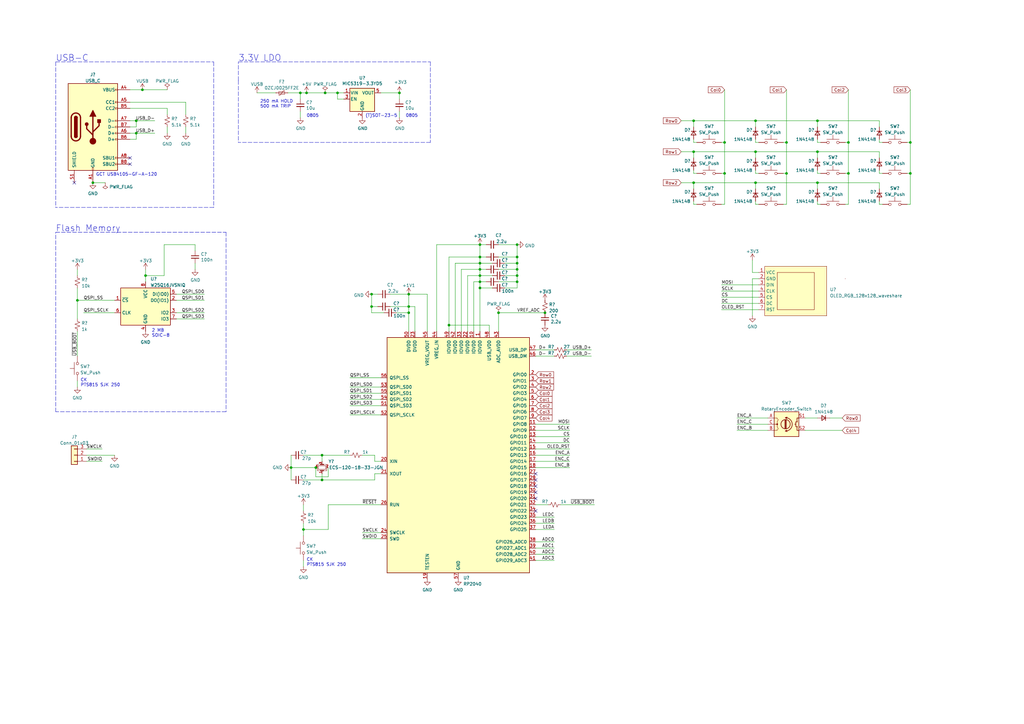
<source format=kicad_sch>
(kicad_sch (version 20211123) (generator eeschema)
  (paper "A3")
  (junction (at 284.48 74.93))
  (junction (at 125.73 38.1))
  (junction (at 152.4 125.73))
  (junction (at 309.88 62.23))
  (junction (at 212.09 105.41))
  (junction (at 204.47 128.27))
  (junction (at 284.48 49.53))
  (junction (at 309.88 74.93))
  (junction (at 119.38 191.77))
  (junction (at 167.64 125.73))
  (junction (at 223.52 128.27))
  (junction (at 196.85 105.41))
  (junction (at 58.42 36.83))
  (junction (at 184.15 133.35))
  (junction (at 196.85 115.57))
  (junction (at 212.09 107.95))
  (junction (at 297.18 58.42))
  (junction (at 297.18 71.12))
  (junction (at 59.69 113.03))
  (junction (at 335.28 62.23))
  (junction (at 38.1 74.93))
  (junction (at 212.09 115.57))
  (junction (at 55.88 54.61))
  (junction (at 163.83 38.1))
  (junction (at 167.64 120.65))
  (junction (at 347.98 58.42))
  (junction (at 132.08 196.85))
  (junction (at 212.09 100.33))
  (junction (at 196.85 113.03))
  (junction (at 212.09 110.49))
  (junction (at 196.85 118.11))
  (junction (at 138.43 38.1))
  (junction (at 309.88 49.53))
  (junction (at 124.46 217.17))
  (junction (at 167.64 128.27))
  (junction (at 129.54 191.77))
  (junction (at 335.28 49.53))
  (junction (at 133.35 38.1))
  (junction (at 196.85 100.33))
  (junction (at 152.4 120.65))
  (junction (at 212.09 113.03))
  (junction (at 335.28 74.93))
  (junction (at 322.58 71.12))
  (junction (at 196.85 110.49))
  (junction (at 123.19 38.1))
  (junction (at 373.38 58.42))
  (junction (at 55.88 49.53))
  (junction (at 347.98 71.12))
  (junction (at 31.75 123.19))
  (junction (at 132.08 186.69))
  (junction (at 373.38 71.12))
  (junction (at 322.58 58.42))
  (junction (at 196.85 107.95))
  (junction (at 284.48 62.23))
  (no_connect (at 53.34 64.77))
  (no_connect (at 219.71 204.47))
  (no_connect (at 219.71 194.31))
  (no_connect (at 219.71 201.93))
  (no_connect (at 219.71 196.85))
  (no_connect (at 219.71 199.39))
  (no_connect (at 219.71 209.55))
  (no_connect (at 30.48 74.93))
  (no_connect (at 53.34 67.31))
  (wire (pts (xy 175.26 120.65) (xy 175.26 135.89)))
  (wire (pts (xy 191.77 113.03) (xy 196.85 113.03)))
  (wire (pts (xy 124.46 229.87) (xy 124.46 232.41)))
  (polyline (pts (xy 92.71 95.25) (xy 92.71 168.91)))
  (wire (pts (xy 219.71 181.61) (xy 233.68 181.61)))
  (polyline (pts (xy 97.79 33.02) (xy 97.79 58.42)))
  (wire (pts (xy 219.71 189.23) (xy 233.68 189.23)))
  (wire (pts (xy 186.69 107.95) (xy 196.85 107.95)))
  (wire (pts (xy 80.01 102.87) (xy 80.01 100.33)))
  (wire (pts (xy 31.75 156.21) (xy 31.75 158.75)))
  (wire (pts (xy 196.85 105.41) (xy 196.85 107.95)))
  (wire (pts (xy 167.64 135.89) (xy 167.64 128.27)))
  (wire (pts (xy 219.71 222.25) (xy 227.33 222.25)))
  (wire (pts (xy 167.64 120.65) (xy 167.64 125.73)))
  (wire (pts (xy 309.88 83.82) (xy 311.15 83.82)))
  (polyline (pts (xy 22.86 25.4) (xy 87.63 25.4)))
  (wire (pts (xy 76.2 41.91) (xy 76.2 46.99)))
  (wire (pts (xy 124.46 186.69) (xy 132.08 186.69)))
  (wire (pts (xy 196.85 115.57) (xy 196.85 118.11)))
  (wire (pts (xy 219.71 227.33) (xy 227.33 227.33)))
  (wire (pts (xy 153.67 189.23) (xy 153.67 186.69)))
  (wire (pts (xy 143.51 170.18) (xy 156.21 170.18)))
  (wire (pts (xy 156.21 189.23) (xy 153.67 189.23)))
  (wire (pts (xy 184.15 133.35) (xy 184.15 135.89)))
  (wire (pts (xy 295.91 119.38) (xy 311.15 119.38)))
  (wire (pts (xy 360.68 62.23) (xy 360.68 64.77)))
  (wire (pts (xy 308.61 114.3) (xy 308.61 129.54)))
  (wire (pts (xy 53.34 49.53) (xy 55.88 49.53)))
  (wire (pts (xy 53.34 41.91) (xy 76.2 41.91)))
  (wire (pts (xy 148.59 186.69) (xy 153.67 186.69)))
  (wire (pts (xy 80.01 100.33) (xy 67.31 100.33)))
  (wire (pts (xy 196.85 118.11) (xy 201.93 118.11)))
  (wire (pts (xy 134.62 195.58) (xy 129.54 195.58)))
  (wire (pts (xy 284.48 49.53) (xy 309.88 49.53)))
  (wire (pts (xy 53.34 44.45) (xy 68.58 44.45)))
  (wire (pts (xy 143.51 163.83) (xy 156.21 163.83)))
  (wire (pts (xy 321.31 83.82) (xy 322.58 83.82)))
  (wire (pts (xy 335.28 71.12) (xy 336.55 71.12)))
  (wire (pts (xy 295.91 83.82) (xy 297.18 83.82)))
  (wire (pts (xy 347.98 71.12) (xy 347.98 83.82)))
  (wire (pts (xy 212.09 100.33) (xy 212.09 105.41)))
  (wire (pts (xy 152.4 120.65) (xy 154.94 120.65)))
  (wire (pts (xy 360.68 69.85) (xy 360.68 71.12)))
  (wire (pts (xy 53.34 52.07) (xy 55.88 52.07)))
  (wire (pts (xy 295.91 71.12) (xy 297.18 71.12)))
  (wire (pts (xy 35.56 186.69) (xy 46.99 186.69)))
  (wire (pts (xy 284.48 64.77) (xy 284.48 62.23)))
  (wire (pts (xy 207.01 118.11) (xy 212.09 118.11)))
  (wire (pts (xy 302.26 173.99) (xy 314.96 173.99)))
  (wire (pts (xy 68.58 46.99) (xy 68.58 44.45)))
  (wire (pts (xy 156.21 38.1) (xy 163.83 38.1)))
  (wire (pts (xy 199.39 115.57) (xy 196.85 115.57)))
  (wire (pts (xy 212.09 107.95) (xy 212.09 105.41)))
  (wire (pts (xy 372.11 58.42) (xy 373.38 58.42)))
  (wire (pts (xy 360.68 57.15) (xy 360.68 58.42)))
  (wire (pts (xy 119.38 191.77) (xy 119.38 196.85)))
  (wire (pts (xy 232.41 143.51) (xy 242.57 143.51)))
  (wire (pts (xy 186.69 135.89) (xy 186.69 107.95)))
  (wire (pts (xy 53.34 57.15) (xy 55.88 57.15)))
  (wire (pts (xy 196.85 110.49) (xy 189.23 110.49)))
  (wire (pts (xy 309.88 74.93) (xy 335.28 74.93)))
  (wire (pts (xy 284.48 83.82) (xy 285.75 83.82)))
  (wire (pts (xy 346.71 83.82) (xy 347.98 83.82)))
  (wire (pts (xy 219.71 229.87) (xy 227.33 229.87)))
  (wire (pts (xy 360.68 71.12) (xy 361.95 71.12)))
  (wire (pts (xy 31.75 130.81) (xy 31.75 123.19)))
  (wire (pts (xy 124.46 217.17) (xy 134.62 217.17)))
  (wire (pts (xy 163.83 40.64) (xy 163.83 38.1)))
  (wire (pts (xy 59.69 110.49) (xy 59.69 113.03)))
  (wire (pts (xy 309.88 62.23) (xy 309.88 64.77)))
  (wire (pts (xy 219.71 191.77) (xy 233.68 191.77)))
  (wire (pts (xy 132.08 194.31) (xy 132.08 196.85)))
  (wire (pts (xy 207.01 113.03) (xy 212.09 113.03)))
  (wire (pts (xy 284.48 77.47) (xy 284.48 74.93)))
  (wire (pts (xy 309.88 58.42) (xy 311.15 58.42)))
  (wire (pts (xy 212.09 115.57) (xy 212.09 113.03)))
  (wire (pts (xy 297.18 58.42) (xy 297.18 71.12)))
  (wire (pts (xy 212.09 113.03) (xy 212.09 110.49)))
  (wire (pts (xy 335.28 83.82) (xy 336.55 83.82)))
  (wire (pts (xy 207.01 107.95) (xy 212.09 107.95)))
  (polyline (pts (xy 97.79 25.4) (xy 176.53 25.4)))
  (wire (pts (xy 347.98 36.83) (xy 347.98 58.42)))
  (wire (pts (xy 309.88 57.15) (xy 309.88 58.42)))
  (wire (pts (xy 163.83 48.26) (xy 163.83 45.72)))
  (wire (pts (xy 219.71 217.17) (xy 227.33 217.17)))
  (wire (pts (xy 373.38 36.83) (xy 373.38 58.42)))
  (polyline (pts (xy 97.79 33.02) (xy 97.79 25.4)))
  (wire (pts (xy 309.88 69.85) (xy 309.88 71.12)))
  (wire (pts (xy 123.19 48.26) (xy 123.19 45.72)))
  (wire (pts (xy 321.31 58.42) (xy 322.58 58.42)))
  (wire (pts (xy 143.51 158.75) (xy 156.21 158.75)))
  (wire (pts (xy 68.58 52.07) (xy 68.58 54.61)))
  (wire (pts (xy 284.48 58.42) (xy 285.75 58.42)))
  (wire (pts (xy 295.91 121.92) (xy 311.15 121.92)))
  (wire (pts (xy 279.4 74.93) (xy 284.48 74.93)))
  (wire (pts (xy 58.42 36.83) (xy 68.58 36.83)))
  (wire (pts (xy 219.71 179.07) (xy 233.68 179.07)))
  (wire (pts (xy 152.4 120.65) (xy 152.4 125.73)))
  (polyline (pts (xy 22.86 168.91) (xy 22.86 95.25)))
  (wire (pts (xy 124.46 214.63) (xy 124.46 217.17)))
  (wire (pts (xy 72.39 128.27) (xy 83.82 128.27)))
  (wire (pts (xy 219.71 224.79) (xy 227.33 224.79)))
  (polyline (pts (xy 87.63 25.4) (xy 87.63 85.09)))
  (wire (pts (xy 129.54 195.58) (xy 129.54 191.77)))
  (wire (pts (xy 302.26 171.45) (xy 314.96 171.45)))
  (wire (pts (xy 335.28 82.55) (xy 335.28 83.82)))
  (wire (pts (xy 219.71 214.63) (xy 227.33 214.63)))
  (polyline (pts (xy 176.53 25.4) (xy 176.53 58.42)))
  (wire (pts (xy 72.39 130.81) (xy 83.82 130.81)))
  (wire (pts (xy 309.88 49.53) (xy 335.28 49.53)))
  (wire (pts (xy 196.85 113.03) (xy 196.85 115.57)))
  (wire (pts (xy 133.35 38.1) (xy 138.43 38.1)))
  (wire (pts (xy 80.01 110.49) (xy 80.01 107.95)))
  (wire (pts (xy 204.47 100.33) (xy 212.09 100.33)))
  (wire (pts (xy 284.48 62.23) (xy 309.88 62.23)))
  (wire (pts (xy 140.97 40.64) (xy 138.43 40.64)))
  (wire (pts (xy 124.46 196.85) (xy 132.08 196.85)))
  (wire (pts (xy 284.48 83.82) (xy 284.48 82.55)))
  (wire (pts (xy 55.88 54.61) (xy 55.88 57.15)))
  (wire (pts (xy 360.68 82.55) (xy 360.68 83.82)))
  (wire (pts (xy 219.71 186.69) (xy 233.68 186.69)))
  (wire (pts (xy 196.85 107.95) (xy 201.93 107.95)))
  (wire (pts (xy 204.47 105.41) (xy 212.09 105.41)))
  (wire (pts (xy 38.1 74.93) (xy 43.18 74.93)))
  (wire (pts (xy 335.28 49.53) (xy 360.68 49.53)))
  (wire (pts (xy 157.48 128.27) (xy 152.4 128.27)))
  (wire (pts (xy 196.85 100.33) (xy 196.85 105.41)))
  (wire (pts (xy 138.43 38.1) (xy 140.97 38.1)))
  (wire (pts (xy 148.59 220.98) (xy 156.21 220.98)))
  (wire (pts (xy 295.91 58.42) (xy 297.18 58.42)))
  (wire (pts (xy 219.71 207.01) (xy 224.79 207.01)))
  (wire (pts (xy 55.88 54.61) (xy 63.5 54.61)))
  (wire (pts (xy 154.94 125.73) (xy 152.4 125.73)))
  (wire (pts (xy 167.64 120.65) (xy 175.26 120.65)))
  (wire (pts (xy 330.2 176.53) (xy 345.44 176.53)))
  (polyline (pts (xy 68.58 95.25) (xy 92.71 95.25)))
  (wire (pts (xy 132.08 196.85) (xy 153.67 196.85)))
  (wire (pts (xy 279.4 62.23) (xy 284.48 62.23)))
  (wire (pts (xy 346.71 71.12) (xy 347.98 71.12)))
  (wire (pts (xy 31.75 135.89) (xy 31.75 146.05)))
  (wire (pts (xy 67.31 100.33) (xy 67.31 113.03)))
  (wire (pts (xy 53.34 54.61) (xy 55.88 54.61)))
  (wire (pts (xy 152.4 128.27) (xy 152.4 125.73)))
  (wire (pts (xy 118.11 38.1) (xy 123.19 38.1)))
  (wire (pts (xy 360.68 83.82) (xy 361.95 83.82)))
  (wire (pts (xy 308.61 114.3) (xy 311.15 114.3)))
  (wire (pts (xy 284.48 49.53) (xy 284.48 52.07)))
  (wire (pts (xy 194.31 115.57) (xy 194.31 135.89)))
  (wire (pts (xy 184.15 105.41) (xy 196.85 105.41)))
  (wire (pts (xy 53.34 36.83) (xy 58.42 36.83)))
  (wire (pts (xy 321.31 71.12) (xy 322.58 71.12)))
  (wire (pts (xy 72.39 123.19) (xy 83.82 123.19)))
  (wire (pts (xy 279.4 49.53) (xy 284.48 49.53)))
  (wire (pts (xy 335.28 74.93) (xy 335.28 77.47)))
  (wire (pts (xy 309.88 62.23) (xy 335.28 62.23)))
  (wire (pts (xy 196.85 100.33) (xy 199.39 100.33)))
  (wire (pts (xy 119.38 186.69) (xy 119.38 191.77)))
  (wire (pts (xy 212.09 118.11) (xy 212.09 115.57)))
  (wire (pts (xy 219.71 143.51) (xy 227.33 143.51)))
  (wire (pts (xy 284.48 71.12) (xy 285.75 71.12)))
  (wire (pts (xy 309.88 74.93) (xy 309.88 77.47)))
  (wire (pts (xy 31.75 123.19) (xy 46.99 123.19)))
  (wire (pts (xy 335.28 74.93) (xy 360.68 74.93)))
  (wire (pts (xy 284.48 57.15) (xy 284.48 58.42)))
  (wire (pts (xy 119.38 191.77) (xy 129.54 191.77)))
  (wire (pts (xy 105.41 38.1) (xy 113.03 38.1)))
  (wire (pts (xy 153.67 196.85) (xy 153.67 194.31)))
  (wire (pts (xy 308.61 111.76) (xy 308.61 106.68)))
  (wire (pts (xy 284.48 74.93) (xy 309.88 74.93)))
  (wire (pts (xy 322.58 58.42) (xy 322.58 71.12)))
  (wire (pts (xy 191.77 135.89) (xy 191.77 113.03)))
  (wire (pts (xy 309.88 49.53) (xy 309.88 52.07)))
  (wire (pts (xy 212.09 110.49) (xy 212.09 107.95)))
  (wire (pts (xy 132.08 189.23) (xy 132.08 186.69)))
  (wire (pts (xy 196.85 115.57) (xy 194.31 115.57)))
  (wire (pts (xy 170.18 125.73) (xy 167.64 125.73)))
  (wire (pts (xy 360.68 58.42) (xy 361.95 58.42)))
  (polyline (pts (xy 92.71 168.91) (xy 22.86 168.91)))
  (wire (pts (xy 124.46 207.01) (xy 124.46 209.55)))
  (wire (pts (xy 134.62 217.17) (xy 134.62 207.01)))
  (wire (pts (xy 132.08 186.69) (xy 143.51 186.69)))
  (wire (pts (xy 229.87 207.01) (xy 243.84 207.01)))
  (wire (pts (xy 309.88 71.12) (xy 311.15 71.12)))
  (wire (pts (xy 196.85 105.41) (xy 199.39 105.41)))
  (wire (pts (xy 204.47 135.89) (xy 204.47 128.27)))
  (wire (pts (xy 219.71 173.99) (xy 233.68 173.99)))
  (wire (pts (xy 360.68 49.53) (xy 360.68 52.07)))
  (wire (pts (xy 335.28 57.15) (xy 335.28 58.42)))
  (wire (pts (xy 330.2 171.45) (xy 335.28 171.45)))
  (wire (pts (xy 76.2 52.07) (xy 76.2 54.61)))
  (wire (pts (xy 335.28 62.23) (xy 360.68 62.23)))
  (wire (pts (xy 179.07 135.89) (xy 179.07 100.33)))
  (wire (pts (xy 55.88 49.53) (xy 55.88 52.07)))
  (wire (pts (xy 34.29 128.27) (xy 46.99 128.27)))
  (wire (pts (xy 199.39 110.49) (xy 196.85 110.49)))
  (polyline (pts (xy 176.53 58.42) (xy 97.79 58.42)))
  (wire (pts (xy 200.66 135.89) (xy 200.66 133.35)))
  (wire (pts (xy 219.71 212.09) (xy 227.33 212.09)))
  (wire (pts (xy 322.58 71.12) (xy 322.58 83.82)))
  (wire (pts (xy 204.47 128.27) (xy 223.52 128.27)))
  (wire (pts (xy 335.28 58.42) (xy 336.55 58.42)))
  (wire (pts (xy 184.15 133.35) (xy 200.66 133.35)))
  (wire (pts (xy 219.71 146.05) (xy 227.33 146.05)))
  (wire (pts (xy 309.88 82.55) (xy 309.88 83.82)))
  (polyline (pts (xy 22.86 25.4) (xy 22.86 85.09)))
  (wire (pts (xy 196.85 135.89) (xy 196.85 118.11)))
  (polyline (pts (xy 22.86 95.25) (xy 68.58 95.25)))
  (wire (pts (xy 295.91 116.84) (xy 311.15 116.84)))
  (wire (pts (xy 143.51 161.29) (xy 156.21 161.29)))
  (wire (pts (xy 55.88 49.53) (xy 63.5 49.53)))
  (wire (pts (xy 347.98 58.42) (xy 347.98 71.12)))
  (wire (pts (xy 335.28 69.85) (xy 335.28 71.12)))
  (wire (pts (xy 167.64 125.73) (xy 160.02 125.73)))
  (wire (pts (xy 35.56 184.15) (xy 41.91 184.15)))
  (wire (pts (xy 160.02 120.65) (xy 167.64 120.65)))
  (wire (pts (xy 153.67 194.31) (xy 156.21 194.31)))
  (wire (pts (xy 184.15 105.41) (xy 184.15 133.35)))
  (wire (pts (xy 340.36 171.45) (xy 345.44 171.45)))
  (wire (pts (xy 31.75 110.49) (xy 31.75 113.03)))
  (wire (pts (xy 143.51 166.37) (xy 156.21 166.37)))
  (wire (pts (xy 360.68 74.93) (xy 360.68 77.47)))
  (wire (pts (xy 59.69 113.03) (xy 59.69 115.57)))
  (wire (pts (xy 123.19 38.1) (xy 125.73 38.1)))
  (wire (pts (xy 67.31 113.03) (xy 59.69 113.03)))
  (wire (pts (xy 346.71 58.42) (xy 347.98 58.42)))
  (wire (pts (xy 35.56 189.23) (xy 41.91 189.23)))
  (wire (pts (xy 124.46 217.17) (xy 124.46 219.71)))
  (wire (pts (xy 322.58 36.83) (xy 322.58 58.42)))
  (wire (pts (xy 189.23 110.49) (xy 189.23 135.89)))
  (wire (pts (xy 302.26 176.53) (xy 314.96 176.53)))
  (wire (pts (xy 297.18 36.83) (xy 297.18 58.42)))
  (wire (pts (xy 204.47 115.57) (xy 212.09 115.57)))
  (polyline (pts (xy 87.63 85.09) (xy 22.86 85.09)))
  (wire (pts (xy 196.85 110.49) (xy 196.85 113.03)))
  (wire (pts (xy 204.47 110.49) (xy 212.09 110.49)))
  (wire (pts (xy 372.11 71.12) (xy 373.38 71.12)))
  (wire (pts (xy 179.07 100.33) (xy 196.85 100.33)))
  (wire (pts (xy 72.39 120.65) (xy 83.82 120.65)))
  (wire (pts (xy 335.28 62.23) (xy 335.28 64.77)))
  (wire (pts (xy 295.91 127) (xy 311.15 127)))
  (wire (pts (xy 295.91 124.46) (xy 311.15 124.46)))
  (wire (pts (xy 232.41 146.05) (xy 242.57 146.05)))
  (wire (pts (xy 170.18 135.89) (xy 170.18 125.73)))
  (wire (pts (xy 134.62 191.77) (xy 134.62 195.58)))
  (wire (pts (xy 311.15 111.76) (xy 308.61 111.76)))
  (wire (pts (xy 138.43 40.64) (xy 138.43 38.1)))
  (wire (pts (xy 219.71 184.15) (xy 233.68 184.15)))
  (wire (pts (xy 335.28 49.53) (xy 335.28 52.07)))
  (wire (pts (xy 167.64 128.27) (xy 167.64 125.73)))
  (wire (pts (xy 125.73 38.1) (xy 133.35 38.1)))
  (wire (pts (xy 196.85 113.03) (xy 201.93 113.03)))
  (wire (pts (xy 373.38 71.12) (xy 373.38 83.82)))
  (wire (pts (xy 148.59 218.44) (xy 156.21 218.44)))
  (wire (pts (xy 297.18 71.12) (xy 297.18 83.82)))
  (wire (pts (xy 162.56 128.27) (xy 167.64 128.27)))
  (wire (pts (xy 284.48 71.12) (xy 284.48 69.85)))
  (wire (pts (xy 372.11 83.82) (xy 373.38 83.82)))
  (wire (pts (xy 123.19 40.64) (xy 123.19 38.1)))
  (wire (pts (xy 373.38 58.42) (xy 373.38 71.12)))
  (wire (pts (xy 31.75 118.11) (xy 31.75 123.19)))
  (wire (pts (xy 219.71 176.53) (xy 233.68 176.53)))
  (wire (pts (xy 196.85 107.95) (xy 196.85 110.49)))
  (wire (pts (xy 143.51 154.94) (xy 156.21 154.94)))
  (wire (pts (xy 134.62 207.01) (xy 156.21 207.01)))
  (text "2 MB\nSOIC-8" (at 62.23 138.43 0) (effects (font (size 1.27 1.27)) (justify left bottom)))
  (text "(T)SOT-23-5" (at 149.86 48.26 0) (effects (font (size 1.27 1.27)) (justify left bottom)))
  (text "GCT USB4105-GF-A-120 " (at 39.37 72.39 0) (effects (font (size 1.27 1.27)) (justify left bottom)))
  (text "250 mA HOLD\n500 mA TRIP" (at 106.68 44.45 0) (effects (font (size 1.27 1.27)) (justify left bottom)))
  (text "CK\nPTS815 SJK 250" (at 33.02 158.75 0) (effects (font (size 1.27 1.27)) (justify left bottom)))
  (text "CK\nPTS815 SJK 250" (at 125.73 232.41 0) (effects (font (size 1.27 1.27)) (justify left bottom)))
  (text "USB-C" (at 22.86 25.4 0) (effects (font (size 2.54 2.54)) (justify left bottom)))
  (text "Flash Memory" (at 22.86 95.25 0) (effects (font (size 2.54 2.54)) (justify left bottom)))
  (text "3.3V LDO" (at 97.79 25.4 0) (effects (font (size 2.54 2.54)) (justify left bottom)))
  (text "0805" (at 166.37 48.26 0) (effects (font (size 1.27 1.27)) (justify left bottom)))
  (text "0805" (at 125.73 48.26 0) (effects (font (size 1.27 1.27)) (justify left bottom)))
  (label "QSPI_SD1" (at 143.51 161.29 0))
  (label "ENC_C" (at 233.68 189.23 180))
  (label "QSPI_SD2" (at 143.51 163.83 0))
  (label "LEDB" (at 227.33 214.63 180))
  (label "D-" (at 220.98 146.05 0))
  (label "USB_D+" (at 242.57 143.51 180))
  (label "QSPI_SD1" (at 83.82 123.19 180))
  (label "USB_D-" (at 63.5 49.53 180))
  (label "D+" (at 220.98 143.51 0))
  (label "MOSI" (at 233.68 173.99 180))
  (label "ADC0" (at 227.33 222.25 180))
  (label "SCLK" (at 295.91 119.38 0))
  (label "SWDIO" (at 148.59 220.98 0))
  (label "LEDC" (at 227.33 212.09 180))
  (label "ENC_C" (at 302.26 173.99 0))
  (label "SWCLK" (at 148.59 218.44 0))
  (label "~{USB_BOOT}" (at 243.84 207.01 180))
  (label "SWDIO" (at 41.91 189.23 180))
  (label "QSPI_SD0" (at 143.51 158.75 0))
  (label "QSPI_SS" (at 143.51 154.94 0))
  (label "DC" (at 295.91 124.46 0))
  (label "CS" (at 233.68 179.07 180))
  (label "QSPI_SD3" (at 83.82 130.81 180))
  (label "USB_D-" (at 242.57 146.05 180))
  (label "QSPI_SD2" (at 83.82 128.27 180))
  (label "ENC_A" (at 233.68 186.69 180))
  (label "QSPI_SD0" (at 83.82 120.65 180))
  (label "SWCLK" (at 41.91 184.15 180))
  (label "ADC1" (at 227.33 224.79 180))
  (label "LEDA" (at 227.33 217.17 180))
  (label "QSPI_SCLK" (at 34.29 128.27 0))
  (label "ENC_A" (at 302.26 171.45 0))
  (label "ADC2" (at 227.33 227.33 180))
  (label "ADC3" (at 227.33 229.87 180))
  (label "QSPI_SD3" (at 143.51 166.37 0))
  (label "USB_D+" (at 63.5 54.61 180))
  (label "ENC_B" (at 233.68 191.77 180))
  (label "ENC_B" (at 302.26 176.53 0))
  (label "CS" (at 295.91 121.92 0))
  (label "QSPI_SCLK" (at 143.51 170.18 0))
  (label "MOSI" (at 295.91 116.84 0))
  (label "~{USB_BOOT}" (at 31.75 146.05 90))
  (label "QSPI_SS" (at 34.29 123.19 0))
  (label "DC" (at 233.68 181.61 180))
  (label "SCLK" (at 233.68 176.53 180))
  (label "VREF_ADC" (at 212.09 128.27 0))
  (label "OLED_RST" (at 295.91 127 0))
  (label "OLED_RST" (at 233.68 184.15 180))
  (label "~{RESET}" (at 148.59 207.01 0))
  (global_label "Col1" (shape input) (at 322.58 36.83 180) (property "Intersheet References" "${INTERSHEET_REFS}" (effects hide)))
  (global_label "Row0" (shape input) (at 345.44 171.45 0) (property "Intersheet References" "${INTERSHEET_REFS}" (effects hide)))
  (global_label "Row2" (shape input) (at 279.4 74.93 180) (property "Intersheet References" "${INTERSHEET_REFS}" (effects hide)))
  (global_label "Row1" (shape input) (at 219.71 156.21 0) (property "Intersheet References" "${INTERSHEET_REFS}" (effects hide)))
  (global_label "Col1" (shape input) (at 219.71 163.83 0) (property "Intersheet References" "${INTERSHEET_REFS}" (effects hide)))
  (global_label "Col2" (shape input) (at 219.71 166.37 0) (property "Intersheet References" "${INTERSHEET_REFS}" (effects hide)))
  (global_label "Col3" (shape input) (at 219.71 168.91 0) (property "Intersheet References" "${INTERSHEET_REFS}" (effects hide)))
  (global_label "Col2" (shape input) (at 347.98 36.83 180) (property "Intersheet References" "${INTERSHEET_REFS}" (effects hide)))
  (global_label "Col0" (shape input) (at 219.71 161.29 0) (property "Intersheet References" "${INTERSHEET_REFS}" (effects hide)))
  (global_label "Col3" (shape input) (at 373.38 36.83 180) (property "Intersheet References" "${INTERSHEET_REFS}" (effects hide)))
  (global_label "Row1" (shape input) (at 279.4 62.23 180) (property "Intersheet References" "${INTERSHEET_REFS}" (effects hide)))
  (global_label "Col4" (shape input) (at 219.71 171.45 0) (property "Intersheet References" "${INTERSHEET_REFS}" (effects hide)))
  (global_label "Row0" (shape input) (at 219.71 153.67 0) (property "Intersheet References" "${INTERSHEET_REFS}" (effects hide)))
  (global_label "Row2" (shape input) (at 219.71 158.75 0) (property "Intersheet References" "${INTERSHEET_REFS}" (effects hide)))
  (global_label "Row0" (shape input) (at 279.4 49.53 180) (property "Intersheet References" "${INTERSHEET_REFS}" (effects hide)))
  (global_label "Col0" (shape input) (at 297.18 36.83 180) (property "Intersheet References" "${INTERSHEET_REFS}" (effects hide)))
  (global_label "Col4" (shape input) (at 345.44 176.53 0) (property "Intersheet References" "${INTERSHEET_REFS}" (effects hide)))
  (symbol (lib_id "Switch:SW_Push") (at 341.63 71.12 0) (unit 1)
    (property "Reference" "SW?" (at 341.63 64.4992 0))
    (property "Value" "SW_Push" (at 341.63 67.0361 0))
  )
  (symbol (lib_id "Connector:USB_C_Receptacle_USB2.0") (at 38.1 52.07 0) (unit 1)
    (property "Reference" "J?" (at 38.1 30.5902 0))
    (property "Value" "USB_C" (at 38.1 33.1271 0))
    (property "Footprint" "jackrabbit:USB_C_Receptacle_GCT_USB4105-GF-A-120" (effects hide))
    (property "Datasheet" "https://www.mouser.com/datasheet/2/837/usb4105-2448855.pdf" (effects hide))
  )
  (symbol (lib_id "power:GND") (at 31.75 158.75 0) (unit 1)
    (property "Reference" "#PWR?" (effects hide))
    (property "Value" "GND" (at 31.75 163.1934 0))
  )
  (symbol (lib_id "Regulator_Linear:AP2127K-3.3") (at 148.59 40.64 0) (unit 1)
    (property "Reference" "U?" (at 148.59 31.9532 0))
    (property "Value" "MIC5319-3.3YD5" (at 148.59 34.2646 0))
    (property "Footprint" "Package_TO_SOT_SMD:SOT-23-5" (effects hide))
    (property "Datasheet" "https://www.mouser.com/datasheet/2/268/500mA_uCap_Ultra_Low_Dropout_Regulator_with_High_P-1890862.pdf" (effects hide))
  )
  (symbol (lib_id "power:GND") (at 148.59 48.26 0) (unit 1)
    (property "Reference" "#PWR?" (effects hide))
    (property "Value" "GND" (at 148.717 52.6542 0))
  )
  (symbol (lib_id "Device:D_Small") (at 335.28 54.61 270) (unit 1)
    (property "Reference" "D?" (at 331.47 53.34 90) (effects (justify left)))
    (property "Value" "1N4148" (at 326.39 57.15 90) (effects (justify left)))
  )
  (symbol (lib_id "Memory_Flash:W25Q128JVS") (at 59.69 125.73 0) (unit 1)
    (property "Reference" "U?" (at 61.7094 114.4102 0) (effects (justify left)))
    (property "Value" "W25Q16JVSNIQ" (at 61.7094 116.9471 0) (effects (justify left)))
    (property "Footprint" "Package_SO:SOIC-8_3.9x4.9mm_P1.27mm" (effects hide))
    (property "Datasheet" "https://www.mouser.com/datasheet/2/949/w25q16jv_spi_revg_03222018_plus-1489727.pdf" (effects hide))
  )
  (symbol (lib_id "Switch:SW_Push") (at 290.83 71.12 0) (unit 1)
    (property "Reference" "SW?" (at 290.83 64.4992 0))
    (property "Value" "SW_Push" (at 290.83 67.0361 0))
  )
  (symbol (lib_id "power:GND") (at 124.46 232.41 0) (unit 1)
    (property "Reference" "#PWR?" (effects hide))
    (property "Value" "GND" (at 124.46 236.8534 0))
  )
  (symbol (lib_id "jam-pad:OLED_RGB_128x128_waveshare") (at 326.39 119.38 0) (unit 1)
    (property "Reference" "U?" (at 340.36 118.7481 0) (effects (justify left)))
    (property "Value" "OLED_RGB_128x128_waveshare" (at 340.36 121.285 0) (effects (justify left)))
  )
  (symbol (lib_id "power:GND") (at 68.58 54.61 0) (unit 1)
    (property "Reference" "#PWR?" (effects hide))
    (property "Value" "GND" (at 68.58 59.0534 0))
  )
  (symbol (lib_id "Device:D_Small") (at 337.82 171.45 180) (unit 1)
    (property "Reference" "D?" (at 339.09 166.37 0) (effects (justify left)))
    (property "Value" "1N4148" (at 341.63 168.91 0) (effects (justify left)))
  )
  (symbol (lib_id "power:PWR_FLAG") (at 68.58 36.83 0) (unit 1)
    (property "Reference" "#FLG?" (effects hide))
    (property "Value" "PWR_FLAG" (at 68.58 33.2542 0))
  )
  (symbol (lib_id "Device:C_Small") (at 223.52 130.81 0) (unit 1)
    (property "Reference" "C?" (at 225.8568 129.6416 0) (effects (justify left)))
    (property "Value" "2.2u" (at 225.8568 131.953 0) (effects (justify left)))
    (property "Footprint" "Capacitor_SMD:C_0603_1608Metric_Pad1.08x0.95mm_HandSolder" (effects hide))
  )
  (symbol (lib_id "Device:D_Small") (at 309.88 54.61 270) (unit 1)
    (property "Reference" "D?" (at 306.07 53.34 90) (effects (justify left)))
    (property "Value" "1N4148" (at 300.99 57.15 90) (effects (justify left)))
  )
  (symbol (lib_id "Device:C_Small") (at 80.01 105.41 0) (unit 1)
    (property "Reference" "C?" (at 82.3468 104.2416 0) (effects (justify left)))
    (property "Value" "100n" (at 82.3468 106.553 0) (effects (justify left)))
    (property "Footprint" "Capacitor_SMD:C_0603_1608Metric_Pad1.08x0.95mm_HandSolder" (effects hide))
  )
  (symbol (lib_id "power:GND") (at 308.61 129.54 0) (unit 1)
    (property "Reference" "#PWR?" (effects hide))
    (property "Value" "GND" (at 308.61 133.9834 0))
  )
  (symbol (lib_id "Device:R_Small_US") (at 76.2 49.53 0) (unit 1)
    (property "Reference" "R?" (at 77.851 48.6953 0) (effects (justify left)))
    (property "Value" "5.1k" (at 77.851 51.2322 0) (effects (justify left)))
    (property "Footprint" "Resistor_SMD:R_0603_1608Metric_Pad0.98x0.95mm_HandSolder" (effects hide))
  )
  (symbol (lib_id "Switch:SW_Push") (at 367.03 71.12 0) (unit 1)
    (property "Reference" "SW?" (at 367.03 64.4992 0))
    (property "Value" "SW_Push" (at 367.03 67.0361 0))
  )
  (symbol (lib_id "Device:C_Small") (at 201.93 115.57 90) (unit 1)
    (property "Reference" "C?" (at 207.01 114.3 90))
    (property "Value" "100n" (effects hide))
    (property "Footprint" "Capacitor_SMD:C_0603_1608Metric_Pad1.08x0.95mm_HandSolder" (effects hide))
  )
  (symbol (lib_id "Device:C_Small") (at 160.02 128.27 90) (unit 1)
    (property "Reference" "C?" (at 162.56 127 90))
    (property "Value" "100n" (at 163.83 129.54 90))
    (property "Footprint" "Capacitor_SMD:C_0603_1608Metric_Pad1.08x0.95mm_HandSolder" (effects hide))
  )
  (symbol (lib_id "Device:C_Small") (at 157.48 125.73 90) (unit 1)
    (property "Reference" "C?" (at 162.56 124.46 90))
    (property "Value" "100n" (effects hide))
    (property "Footprint" "Capacitor_SMD:C_0603_1608Metric_Pad1.08x0.95mm_HandSolder" (effects hide))
  )
  (symbol (lib_id "jackrabbit:VUSB") (at 58.42 36.83 0) (unit 1)
    (property "Reference" "#PWR?" (effects hide))
    (property "Value" "VUSB" (at 58.42 33.2542 0))
  )
  (symbol (lib_id "Device:C_Small") (at 201.93 110.49 90) (unit 1)
    (property "Reference" "C?" (at 207.01 109.22 90))
    (property "Value" "100n" (effects hide))
    (property "Footprint" "Capacitor_SMD:C_0603_1608Metric_Pad1.08x0.95mm_HandSolder" (effects hide))
  )
  (symbol (lib_id "Device:R_Small_US") (at 124.46 212.09 0) (unit 1)
    (property "Reference" "R?" (at 126.111 211.2553 0) (effects (justify left)))
    (property "Value" "10k" (at 126.111 213.7922 0) (effects (justify left)))
    (property "Footprint" "Resistor_SMD:R_0603_1608Metric_Pad0.98x0.95mm_HandSolder" (effects hide))
  )
  (symbol (lib_id "power:GND") (at 187.96 237.49 0) (unit 1)
    (property "Reference" "#PWR?" (effects hide))
    (property "Value" "GND" (at 187.96 241.9334 0))
  )
  (symbol (lib_id "Device:C_Small") (at 123.19 43.18 0) (unit 1)
    (property "Reference" "C?" (at 125.5268 42.0116 0) (effects (justify left)))
    (property "Value" "10u" (at 125.5268 44.323 0) (effects (justify left)))
    (property "Footprint" "Capacitor_SMD:C_0805_2012Metric_Pad1.18x1.45mm_HandSolder" (effects hide))
  )
  (symbol (lib_id "Device:R_Small_US") (at 229.87 143.51 90) (unit 1)
    (property "Reference" "R?" (at 226.06 142.24 90))
    (property "Value" "27" (at 232.41 142.24 90))
    (property "Footprint" "Resistor_SMD:R_0603_1608Metric_Pad0.98x0.95mm_HandSolder" (effects hide))
  )
  (symbol (lib_id "Device:R_Small_US") (at 31.75 133.35 0) (unit 1)
    (property "Reference" "R?" (at 33.401 132.5153 0) (effects (justify left)))
    (property "Value" "1k" (at 33.401 135.0522 0) (effects (justify left)))
    (property "Footprint" "Resistor_SMD:R_0603_1608Metric_Pad0.98x0.95mm_HandSolder" (effects hide))
  )
  (symbol (lib_id "Switch:SW_Push") (at 316.23 71.12 0) (unit 1)
    (property "Reference" "SW?" (at 316.23 64.4992 0))
    (property "Value" "SW_Push" (at 316.23 67.0361 0))
  )
  (symbol (lib_id "power:+3V3") (at 196.85 100.33 0) (unit 1)
    (property "Reference" "#PWR?" (effects hide))
    (property "Value" "+3V3" (at 196.85 96.7542 0))
  )
  (symbol (lib_id "Device:D_Small") (at 309.88 67.31 270) (unit 1)
    (property "Reference" "D?" (at 306.07 66.04 90) (effects (justify left)))
    (property "Value" "1N4148" (at 300.99 69.85 90) (effects (justify left)))
  )
  (symbol (lib_id "jackrabbit:RP2040") (at 187.96 186.69 0) (unit 1)
    (property "Reference" "U?" (at 189.9794 236.9804 0) (effects (justify left)))
    (property "Value" "RP2040" (at 189.9794 239.5173 0) (effects (justify left)))
    (property "Footprint" "jackrabbit:RP2040-QFN-56_HandSoldering" (effects hide))
    (property "Datasheet" "https://datasheets.raspberrypi.com/rp2040/rp2040-datasheet.pdf" (effects hide))
  )
  (symbol (lib_id "Device:D_Small") (at 360.68 67.31 270) (unit 1)
    (property "Reference" "D?" (at 356.87 66.04 90) (effects (justify left)))
    (property "Value" "1N4148" (at 351.79 69.85 90) (effects (justify left)))
  )
  (symbol (lib_id "Switch:SW_Push") (at 367.03 58.42 0) (unit 1)
    (property "Reference" "SW?" (at 367.03 51.7992 0))
    (property "Value" "SW_Push" (at 367.03 54.3361 0))
  )
  (symbol (lib_id "Device:R_Small_US") (at 146.05 186.69 90) (unit 1)
    (property "Reference" "R?" (at 142.24 185.42 90))
    (property "Value" "1k" (at 149.86 185.42 90))
    (property "Footprint" "Resistor_SMD:R_0603_1608Metric_Pad0.98x0.95mm_HandSolder" (effects hide))
  )
  (symbol (lib_id "Device:R_Small_US") (at 227.33 207.01 90) (unit 1)
    (property "Reference" "R?" (at 223.52 205.74 90))
    (property "Value" "1k" (at 231.14 205.74 90))
    (property "Footprint" "Resistor_SMD:R_0603_1608Metric_Pad0.98x0.95mm_HandSolder" (effects hide))
  )
  (symbol (lib_id "Device:C_Small") (at 204.47 107.95 90) (unit 1)
    (property "Reference" "C?" (at 207.01 106.68 90))
    (property "Value" "100n" (effects hide))
    (property "Footprint" "Capacitor_SMD:C_0603_1608Metric_Pad1.08x0.95mm_HandSolder" (effects hide))
  )
  (symbol (lib_id "power:+3V3") (at 163.83 38.1 0) (unit 1)
    (property "Reference" "#PWR?" (effects hide))
    (property "Value" "+3V3" (at 164.211 33.7058 0))
  )
  (symbol (lib_id "Switch:SW_Push") (at 341.63 83.82 0) (unit 1)
    (property "Reference" "SW?" (at 341.63 77.1992 0))
    (property "Value" "SW_Push" (at 341.63 79.7361 0))
  )
  (symbol (lib_id "Switch:SW_Push") (at 316.23 58.42 0) (unit 1)
    (property "Reference" "SW?" (at 316.23 51.7992 0))
    (property "Value" "SW_Push" (at 316.23 54.3361 0))
  )
  (symbol (lib_id "power:+3V3") (at 59.69 110.49 0) (unit 1)
    (property "Reference" "#PWR?" (effects hide))
    (property "Value" "+3V3" (at 59.69 106.9142 0))
  )
  (symbol (lib_id "Device:D_Small") (at 284.48 67.31 270) (unit 1)
    (property "Reference" "D?" (at 280.67 66.04 90) (effects (justify left)))
    (property "Value" "1N4148" (at 275.59 69.85 90) (effects (justify left)))
  )
  (symbol (lib_id "Device:C_Small") (at 201.93 100.33 90) (unit 1)
    (property "Reference" "C?" (at 204.47 96.52 90))
    (property "Value" "2.2u" (at 205.74 99.06 90))
    (property "Footprint" "Capacitor_SMD:C_0603_1608Metric_Pad1.08x0.95mm_HandSolder" (effects hide))
  )
  (symbol (lib_id "power:+3V3") (at 308.61 106.68 0) (unit 1)
    (property "Reference" "#PWR?" (effects hide))
    (property "Value" "+3V3" (at 308.61 103.1042 0))
  )
  (symbol (lib_id "Device:C_Small") (at 201.93 105.41 90) (unit 1)
    (property "Reference" "C?" (at 207.01 104.14 90))
    (property "Value" "100n" (effects hide))
    (property "Footprint" "Capacitor_SMD:C_0603_1608Metric_Pad1.08x0.95mm_HandSolder" (effects hide))
  )
  (symbol (lib_id "Device:R_Small_US") (at 229.87 146.05 90) (unit 1)
    (property "Reference" "R?" (at 226.06 144.78 90))
    (property "Value" "27" (at 232.41 144.78 90))
    (property "Footprint" "Resistor_SMD:R_0603_1608Metric_Pad0.98x0.95mm_HandSolder" (effects hide))
  )
  (symbol (lib_id "Device:C_Small") (at 121.92 196.85 90) (unit 1)
    (property "Reference" "C?" (at 124.46 195.58 90))
    (property "Value" "27p" (at 125.73 198.12 90))
    (property "Footprint" "Capacitor_SMD:C_0603_1608Metric_Pad1.08x0.95mm_HandSolder" (effects hide))
  )
  (symbol (lib_id "Device:R_Small_US") (at 68.58 49.53 0) (unit 1)
    (property "Reference" "R?" (at 70.231 48.6953 0) (effects (justify left)))
    (property "Value" "5.1k" (at 70.231 51.2322 0) (effects (justify left)))
    (property "Footprint" "Resistor_SMD:R_0603_1608Metric_Pad0.98x0.95mm_HandSolder" (effects hide))
  )
  (symbol (lib_id "Switch:SW_Push") (at 31.75 151.13 90) (unit 1)
    (property "Reference" "SW?" (at 32.893 150.2953 90) (effects (justify right)))
    (property "Value" "SW_Push" (at 32.893 152.8322 90) (effects (justify right)))
    (property "Footprint" "jackrabbit:SW_Push_CK_PTS815_HandSoldering" (effects hide))
    (property "Datasheet" "https://www.ckswitches.com/media/2728/pts815.pdf" (effects hide))
  )
  (symbol (lib_id "power:GND") (at 80.01 110.49 0) (unit 1)
    (property "Reference" "#PWR?" (effects hide))
    (property "Value" "GND" (at 80.137 114.8842 0))
  )
  (symbol (lib_id "power:PWR_FLAG") (at 133.35 38.1 0) (unit 1)
    (property "Reference" "#FLG?" (effects hide))
    (property "Value" "PWR_FLAG" (at 133.35 34.5242 0))
  )
  (symbol (lib_id "Switch:SW_Push") (at 290.83 83.82 0) (unit 1)
    (property "Reference" "SW?" (at 290.83 77.1992 0))
    (property "Value" "SW_Push" (at 290.83 79.7361 0))
  )
  (symbol (lib_id "Device:D_Small") (at 360.68 80.01 270) (unit 1)
    (property "Reference" "D?" (at 356.87 78.74 90) (effects (justify left)))
    (property "Value" "1N4148" (at 351.79 82.55 90) (effects (justify left)))
  )
  (symbol (lib_id "Switch:SW_Push") (at 341.63 58.42 0) (unit 1)
    (property "Reference" "SW?" (at 341.63 51.7992 0))
    (property "Value" "SW_Push" (at 341.63 54.3361 0))
  )
  (symbol (lib_id "Device:Crystal_GND24_Small") (at 132.08 191.77 90) (unit 1)
    (property "Reference" "Y?" (at 135.89 189.23 90))
    (property "Value" "ECS-120-18-33-JGN" (at 146.05 191.77 90))
    (property "Footprint" "Crystal:Crystal_SMD_SeikoEpson_FA238-4Pin_3.2x2.5mm" (effects hide))
    (property "Datasheet" "https://www.mouser.com/datasheet/2/122/ecx_32-1888651.pdf" (effects hide))
  )
  (symbol (lib_id "power:GND") (at 76.2 54.61 0) (unit 1)
    (property "Reference" "#PWR?" (effects hide))
    (property "Value" "GND" (at 76.2 59.0534 0))
  )
  (symbol (lib_id "power:GND") (at 175.26 237.49 0) (unit 1)
    (property "Reference" "#PWR?" (effects hide))
    (property "Value" "GND" (at 175.26 241.9334 0))
  )
  (symbol (lib_id "power:GND") (at 38.1 74.93 0) (unit 1)
    (property "Reference" "#PWR?" (effects hide))
    (property "Value" "GND" (at 38.1 79.3734 0))
  )
  (symbol (lib_id "Device:R_Small_US") (at 223.52 125.73 0) (unit 1)
    (property "Reference" "R?" (at 225.171 124.8953 0) (effects (justify left)))
    (property "Value" "200" (at 225.171 127.4322 0) (effects (justify left)))
    (property "Footprint" "Resistor_SMD:R_0603_1608Metric_Pad0.98x0.95mm_HandSolder" (effects hide))
  )
  (symbol (lib_id "Switch:SW_Push") (at 316.23 83.82 0) (unit 1)
    (property "Reference" "SW?" (at 316.23 77.1992 0))
    (property "Value" "SW_Push" (at 316.23 79.7361 0))
  )
  (symbol (lib_id "power:PWR_FLAG") (at 204.47 128.27 0) (unit 1)
    (property "Reference" "#FLG?" (effects hide))
    (property "Value" "PWR_FLAG" (at 204.47 124.6942 0))
  )
  (symbol (lib_id "Device:C_Small") (at 204.47 118.11 90) (unit 1)
    (property "Reference" "C?" (at 207.01 116.84 90))
    (property "Value" "100n" (at 208.28 119.38 90))
    (property "Footprint" "Capacitor_SMD:C_0603_1608Metric_Pad1.08x0.95mm_HandSolder" (effects hide))
  )
  (symbol (lib_id "Connector_Generic:Conn_01x03") (at 30.48 186.69 180) (unit 1)
    (property "Reference" "J?" (at 30.48 179.1802 0))
    (property "Value" "Conn_01x03" (at 30.48 181.7171 0))
  )
  (symbol (lib_id "power:GND") (at 152.4 120.65 270) (unit 1)
    (property "Reference" "#PWR?" (effects hide))
    (property "Value" "GND" (at 149.2251 121.0838 90) (effects (justify right)))
  )
  (symbol (lib_id "power:+3V3") (at 31.75 110.49 0) (unit 1)
    (property "Reference" "#PWR?" (effects hide))
    (property "Value" "+3V3" (at 31.75 106.9142 0))
  )
  (symbol (lib_id "Device:D_Small") (at 284.48 80.01 270) (unit 1)
    (property "Reference" "D?" (at 280.67 78.74 90) (effects (justify left)))
    (property "Value" "1N4148" (at 275.59 82.55 90) (effects (justify left)))
  )
  (symbol (lib_id "Device:D_Small") (at 309.88 80.01 270) (unit 1)
    (property "Reference" "D?" (at 306.07 78.74 90) (effects (justify left)))
    (property "Value" "1N4148" (at 300.99 82.55 90) (effects (justify left)))
  )
  (symbol (lib_id "Device:C_Small") (at 163.83 43.18 0) (unit 1)
    (property "Reference" "C?" (at 166.1668 42.0116 0) (effects (justify left)))
    (property "Value" "10u" (at 166.1668 44.323 0) (effects (justify left)))
    (property "Footprint" "Capacitor_SMD:C_0805_2012Metric_Pad1.18x1.45mm_HandSolder" (effects hide))
  )
  (symbol (lib_id "power:+1V1") (at 167.64 120.65 0) (unit 1)
    (property "Reference" "#PWR?" (effects hide))
    (property "Value" "+1V1" (at 167.64 117.0742 0))
  )
  (symbol (lib_id "Switch:SW_Push") (at 367.03 83.82 0) (unit 1)
    (property "Reference" "SW?" (at 367.03 77.1992 0))
    (property "Value" "SW_Push" (at 367.03 79.7361 0))
  )
  (symbol (lib_id "Device:D_Small") (at 360.68 54.61 270) (unit 1)
    (property "Reference" "D?" (at 356.87 53.34 90) (effects (justify left)))
    (property "Value" "1N4148" (at 351.79 57.15 90) (effects (justify left)))
  )
  (symbol (lib_id "power:+5V") (at 125.73 38.1 0) (unit 1)
    (property "Reference" "#PWR?" (effects hide))
    (property "Value" "+5V" (at 125.73 34.5242 0))
  )
  (symbol (lib_id "Device:R_Small_US") (at 31.75 115.57 0) (unit 1)
    (property "Reference" "R?" (at 33.401 114.7353 0) (effects (justify left)))
    (property "Value" "10k" (at 33.401 117.2722 0) (effects (justify left)))
    (property "Footprint" "Resistor_SMD:R_0603_1608Metric_Pad0.98x0.95mm_HandSolder" (effects hide))
  )
  (symbol (lib_id "power:+3V3") (at 124.46 207.01 0) (unit 1)
    (property "Reference" "#PWR?" (effects hide))
    (property "Value" "+3V3" (at 124.46 203.4342 0))
  )
  (symbol (lib_id "Switch:SW_Push") (at 290.83 58.42 0) (unit 1)
    (property "Reference" "SW?" (at 290.83 51.7992 0))
    (property "Value" "SW_Push" (at 290.83 54.3361 0))
  )
  (symbol (lib_id "power:GND") (at 212.09 100.33 90) (unit 1)
    (property "Reference" "#PWR?" (effects hide))
    (property "Value" "GND" (at 215.265 100.7638 90) (effects (justify right)))
  )
  (symbol (lib_id "Device:Polyfuse_Small") (at 115.57 38.1 90) (unit 1)
    (property "Reference" "F?" (at 115.57 33.5112 90))
    (property "Value" "0ZCJ0025FF2E" (at 115.57 36.0481 90))
    (property "Footprint" "Fuse:Fuse_1206_3216Metric_Pad1.42x1.75mm_HandSolder" (effects hide))
    (property "Datasheet" "https://www.mouser.com/datasheet/2/643/ds_CP_0zcj_series-1664160.pdf" (effects hide))
  )
  (symbol (lib_id "power:GND") (at 59.69 135.89 0) (unit 1)
    (property "Reference" "#PWR?" (effects hide))
    (property "Value" "GND" (at 59.69 140.3334 0))
  )
  (symbol (lib_id "Switch:SW_Push") (at 124.46 224.79 90) (unit 1)
    (property "Reference" "SW?" (at 125.603 223.9553 90) (effects (justify right)))
    (property "Value" "SW_Push" (at 125.603 226.4922 90) (effects (justify right)))
    (property "Footprint" "jackrabbit:SW_Push_CK_PTS815_HandSoldering" (effects hide))
    (property "Datasheet" "https://www.ckswitches.com/media/2728/pts815.pdf" (effects hide))
  )
  (symbol (lib_id "power:GND") (at 223.52 133.35 0) (unit 1)
    (property "Reference" "#PWR?" (effects hide))
    (property "Value" "GND" (at 223.647 137.7442 0))
  )
  (symbol (lib_id "jackrabbit:VUSB") (at 105.41 38.1 0) (unit 1)
    (property "Reference" "#PWR?" (effects hide))
    (property "Value" "VUSB" (at 105.41 34.5242 0))
  )
  (symbol (lib_id "power:GND") (at 119.38 191.77 270) (unit 1)
    (property "Reference" "#PWR?" (effects hide))
    (property "Value" "GND" (at 111.76 191.77 90) (effects (justify left)))
  )
  (symbol (lib_id "power:+3V3") (at 223.52 123.19 0) (unit 1)
    (property "Reference" "#PWR?" (effects hide))
    (property "Value" "+3V3" (at 223.52 119.6142 0))
  )
  (symbol (lib_id "power:PWR_FLAG") (at 43.18 74.93 180) (unit 1)
    (property "Reference" "#FLG?" (effects hide))
    (property "Value" "PWR_FLAG" (at 44.831 76.6338 0) (effects (justify right)))
  )
  (symbol (lib_id "Device:C_Small") (at 204.47 113.03 90) (unit 1)
    (property "Reference" "C?" (at 207.01 111.76 90))
    (property "Value" "100n" (effects hide))
    (property "Footprint" "Capacitor_SMD:C_0603_1608Metric_Pad1.08x0.95mm_HandSolder" (effects hide))
  )
  (symbol (lib_id "Device:D_Small") (at 335.28 67.31 270) (unit 1)
    (property "Reference" "D?" (at 331.47 66.04 90) (effects (justify left)))
    (property "Value" "1N4148" (at 326.39 69.85 90) (effects (justify left)))
  )
  (symbol (lib_id "power:GND") (at 46.99 186.69 0) (unit 1)
    (property "Reference" "#PWR?" (effects hide))
    (property "Value" "GND" (at 46.99 191.1334 0))
  )
  (symbol (lib_id "Device:D_Small") (at 335.28 80.01 270) (unit 1)
    (property "Reference" "D?" (at 331.47 78.74 90) (effects (justify left)))
    (property "Value" "1N4148" (at 326.39 82.55 90) (effects (justify left)))
  )
  (symbol (lib_id "Device:C_Small") (at 121.92 186.69 90) (unit 1)
    (property "Reference" "C?" (at 124.46 185.42 90))
    (property "Value" "27p" (at 125.73 187.96 90))
    (property "Footprint" "Capacitor_SMD:C_0603_1608Metric_Pad1.08x0.95mm_HandSolder" (effects hide))
  )
  (symbol (lib_id "Device:RotaryEncoder_Switch") (at 322.58 173.99 0) (unit 1)
    (property "Reference" "SW?" (at 322.58 165.2102 0))
    (property "Value" "RotaryEncoder_Switch" (at 322.58 167.7471 0))
  )
  (symbol (lib_id "Device:D_Small") (at 284.48 54.61 270) (unit 1)
    (property "Reference" "D?" (at 280.67 53.34 90) (effects (justify left)))
    (property "Value" "1N4148" (at 275.59 57.15 90) (effects (justify left)))
  )
  (symbol (lib_id "power:GND") (at 163.83 48.26 0) (unit 1)
    (property "Reference" "#PWR?" (effects hide))
    (property "Value" "GND" (at 163.957 52.6542 0))
  )
  (symbol (lib_id "power:GND") (at 123.19 48.26 0) (unit 1)
    (property "Reference" "#PWR?" (effects hide))
    (property "Value" "GND" (at 123.317 52.6542 0))
  )
  (symbol (lib_id "Device:C_Small") (at 157.48 120.65 90) (unit 1)
    (property "Reference" "C?" (at 160.02 116.84 90))
    (property "Value" "2.2u" (at 161.29 119.38 90))
    (property "Footprint" "Capacitor_SMD:C_0603_1608Metric_Pad1.08x0.95mm_HandSolder" (effects hide))
  )
)
</source>
